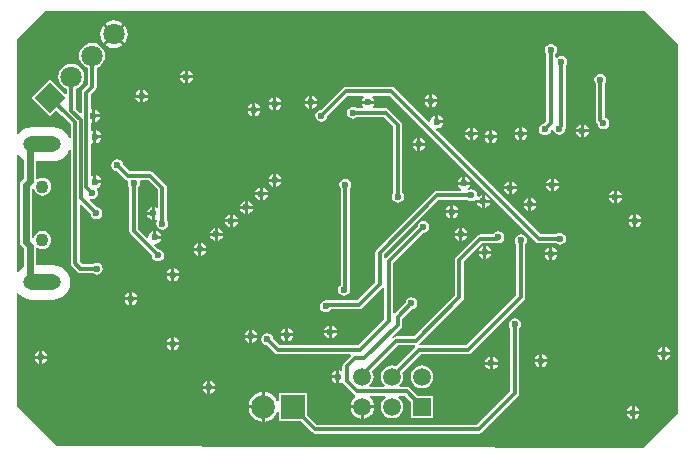
<source format=gbl>
G04*
G04 #@! TF.GenerationSoftware,Altium Limited,Altium Designer,19.1.5 (86)*
G04*
G04 Layer_Physical_Order=2*
G04 Layer_Color=16711680*
%FSLAX44Y44*%
%MOMM*%
G71*
G01*
G75*
%ADD45O,3.2000X1.3000*%
%ADD46C,1.1000*%
%ADD52C,0.3500*%
%ADD53P,2.5456X4X90.0*%
%ADD54C,1.8000*%
%ADD55C,2.0000*%
%ADD56R,2.0000X2.0000*%
%ADD57C,1.5000*%
%ADD58R,1.5000X1.5000*%
%ADD59C,0.6000*%
%ADD60C,0.6000*%
G36*
X566000Y348000D02*
Y36000D01*
X536000Y6000D01*
X40000Y8000D01*
X6000Y42000D01*
X6000D01*
Y137137D01*
X7270Y137569D01*
X8529Y135928D01*
X11558Y133604D01*
X15085Y132143D01*
X18870Y131645D01*
X36870D01*
X40655Y132143D01*
X44183Y133604D01*
X47211Y135928D01*
X49536Y138957D01*
X50997Y142485D01*
X51495Y146270D01*
X50997Y150055D01*
X49536Y153582D01*
X47211Y156611D01*
X44183Y158936D01*
X40655Y160397D01*
X36870Y160895D01*
X22468D01*
Y175361D01*
X23738Y175987D01*
X24088Y175719D01*
X25912Y174963D01*
X27870Y174705D01*
X29828Y174963D01*
X31652Y175719D01*
X33219Y176921D01*
X34421Y178488D01*
X35177Y180312D01*
X35435Y182270D01*
X35177Y184228D01*
X34421Y186052D01*
X33219Y187619D01*
X31652Y188821D01*
X29828Y189577D01*
X27870Y189835D01*
X25912Y189577D01*
X24088Y188821D01*
X22521Y187619D01*
X21319Y186052D01*
X20645Y184427D01*
X19971Y184059D01*
X19232Y183849D01*
X19098Y183939D01*
Y225600D01*
X19232Y225691D01*
X19971Y225481D01*
X20645Y225113D01*
X21319Y223488D01*
X22521Y221921D01*
X24088Y220719D01*
X25912Y219963D01*
X27870Y219705D01*
X29828Y219963D01*
X31652Y220719D01*
X33219Y221921D01*
X34421Y223488D01*
X35177Y225312D01*
X35435Y227270D01*
X35177Y229228D01*
X34421Y231052D01*
X33219Y232619D01*
X31652Y233821D01*
X29828Y234577D01*
X27870Y234835D01*
X25912Y234577D01*
X24088Y233821D01*
X23738Y233553D01*
X22468Y234179D01*
Y248645D01*
X36870D01*
X40655Y249143D01*
X44183Y250604D01*
X47211Y252929D01*
X49536Y255958D01*
X50526Y258350D01*
X51796Y258097D01*
Y162430D01*
X52088Y160967D01*
X52916Y159727D01*
X57347Y155296D01*
X58587Y154468D01*
X60050Y154177D01*
X70722D01*
X72049Y153290D01*
X74000Y152902D01*
X75951Y153290D01*
X77605Y154395D01*
X78710Y156049D01*
X79098Y158000D01*
X78710Y159951D01*
X77605Y161605D01*
X75951Y162710D01*
X74000Y163098D01*
X72049Y162710D01*
X70722Y161823D01*
X61634D01*
X59443Y164014D01*
Y211920D01*
X60617Y212406D01*
X68639Y204384D01*
X68950Y202819D01*
X70055Y201165D01*
X71709Y200060D01*
X73660Y199672D01*
X75611Y200060D01*
X77265Y201165D01*
X78370Y202819D01*
X78758Y204770D01*
X78370Y206721D01*
X77265Y208375D01*
X75611Y209480D01*
X74046Y209791D01*
X67775Y216062D01*
X68416Y217217D01*
X70000Y216902D01*
X71951Y217290D01*
X73605Y218395D01*
X74710Y220049D01*
X75098Y222000D01*
X74710Y223951D01*
X74116Y224840D01*
X74525Y226136D01*
X74668Y226299D01*
X76384Y227446D01*
X77609Y229278D01*
X77786Y230170D01*
X72390D01*
Y231440D01*
X71120D01*
Y236836D01*
X70228Y236659D01*
X70064Y236548D01*
X68943Y237147D01*
Y263833D01*
X70064Y264432D01*
X70228Y264321D01*
X71120Y264144D01*
Y269540D01*
Y274936D01*
X70228Y274759D01*
X70064Y274648D01*
X68943Y275247D01*
Y280809D01*
X69850Y281553D01*
Y287320D01*
Y293086D01*
X68943Y293831D01*
Y305432D01*
X72704Y309192D01*
X73532Y310432D01*
X73823Y311896D01*
Y327677D01*
X75547Y328391D01*
X77845Y330155D01*
X79608Y332453D01*
X80717Y335128D01*
X81095Y338000D01*
X80717Y340872D01*
X79608Y343547D01*
X77845Y345845D01*
X75547Y347608D01*
X72872Y348717D01*
X70000Y349095D01*
X67128Y348717D01*
X64453Y347608D01*
X62155Y345845D01*
X60392Y343547D01*
X59283Y340872D01*
X58905Y338000D01*
X59283Y335128D01*
X60392Y332453D01*
X62155Y330155D01*
X64453Y328391D01*
X66177Y327677D01*
Y313479D01*
X62416Y309719D01*
X61588Y308479D01*
X61297Y307015D01*
Y289777D01*
X60123Y289291D01*
X56146Y293268D01*
Y310000D01*
X57870Y310714D01*
X60168Y312477D01*
X61931Y314775D01*
X63039Y317451D01*
X63417Y320322D01*
X63039Y323194D01*
X61931Y325870D01*
X60168Y328168D01*
X57870Y329931D01*
X55194Y331039D01*
X52322Y331417D01*
X49451Y331039D01*
X46775Y329931D01*
X44477Y328168D01*
X42714Y325870D01*
X41606Y323194D01*
X41227Y320322D01*
X41606Y317451D01*
X42714Y314775D01*
X44477Y312477D01*
X46775Y310714D01*
X48499Y310000D01*
Y306006D01*
X47326Y305520D01*
X34645Y318201D01*
X19088Y302645D01*
X34645Y287088D01*
X39719Y292163D01*
X44869Y287013D01*
X51796Y280086D01*
Y268443D01*
X50526Y268190D01*
X49536Y270583D01*
X47211Y273612D01*
X44183Y275936D01*
X40655Y277397D01*
X36870Y277895D01*
X18870D01*
X15085Y277397D01*
X11558Y275936D01*
X8529Y273612D01*
X7270Y271971D01*
X6000Y272402D01*
Y352000D01*
X30000Y376000D01*
X538000D01*
X566000Y348000D01*
D02*
G37*
G36*
X8529Y252929D02*
X11558Y250604D01*
X12272Y250308D01*
Y234515D01*
X10395Y232638D01*
X9290Y230984D01*
X8902Y229033D01*
Y180507D01*
X9290Y178556D01*
X10395Y176902D01*
X12272Y175025D01*
Y159232D01*
X11558Y158936D01*
X8529Y156611D01*
X7270Y154971D01*
X6000Y155402D01*
Y254137D01*
X7270Y254569D01*
X8529Y252929D01*
D02*
G37*
%LPC*%
G36*
X88385Y368024D02*
X85372Y367628D01*
X82565Y366465D01*
X81171Y365395D01*
X88385Y358181D01*
X95599Y365395D01*
X94205Y366465D01*
X91397Y367628D01*
X88385Y368024D01*
D02*
G37*
G36*
X97395Y363599D02*
X90181Y356385D01*
X97395Y349171D01*
X98465Y350565D01*
X99628Y353372D01*
X100024Y356385D01*
X99628Y359397D01*
X98465Y362205D01*
X97395Y363599D01*
D02*
G37*
G36*
X79375Y363599D02*
X78305Y362205D01*
X77142Y359397D01*
X76745Y356385D01*
X77142Y353372D01*
X78305Y350565D01*
X79375Y349171D01*
X86589Y356385D01*
X79375Y363599D01*
D02*
G37*
G36*
X88385Y354589D02*
X81171Y347375D01*
X82565Y346305D01*
X85372Y345142D01*
X88385Y344745D01*
X91397Y345142D01*
X94205Y346305D01*
X95599Y347375D01*
X88385Y354589D01*
D02*
G37*
G36*
X151130Y325736D02*
Y321610D01*
X155256D01*
X155079Y322502D01*
X153854Y324334D01*
X152022Y325559D01*
X151130Y325736D01*
D02*
G37*
G36*
X148590D02*
X147698Y325559D01*
X145866Y324334D01*
X144641Y322502D01*
X144464Y321610D01*
X148590D01*
Y325736D01*
D02*
G37*
G36*
X155256Y319070D02*
X151130D01*
Y314944D01*
X152022Y315121D01*
X153854Y316346D01*
X155079Y318178D01*
X155256Y319070D01*
D02*
G37*
G36*
X148590D02*
X144464D01*
X144641Y318178D01*
X145866Y316346D01*
X147698Y315121D01*
X148590Y314944D01*
Y319070D01*
D02*
G37*
G36*
X113270Y309396D02*
Y305270D01*
X117396D01*
X117219Y306162D01*
X115994Y307994D01*
X114162Y309219D01*
X113270Y309396D01*
D02*
G37*
G36*
X110730D02*
X109838Y309219D01*
X108006Y307994D01*
X106781Y306162D01*
X106604Y305270D01*
X110730D01*
Y309396D01*
D02*
G37*
G36*
X358140Y305416D02*
Y301290D01*
X362266D01*
X362089Y302182D01*
X360864Y304014D01*
X359032Y305239D01*
X358140Y305416D01*
D02*
G37*
G36*
X355600D02*
X354708Y305239D01*
X352876Y304014D01*
X351651Y302182D01*
X351474Y301290D01*
X355600D01*
Y305416D01*
D02*
G37*
G36*
X256540Y304146D02*
Y300020D01*
X260666D01*
X260489Y300912D01*
X259264Y302744D01*
X257432Y303969D01*
X256540Y304146D01*
D02*
G37*
G36*
X254000D02*
X253108Y303969D01*
X251276Y302744D01*
X250051Y300912D01*
X249874Y300020D01*
X254000D01*
Y304146D01*
D02*
G37*
G36*
X226060Y302876D02*
Y298750D01*
X230186D01*
X230009Y299642D01*
X228784Y301474D01*
X226952Y302699D01*
X226060Y302876D01*
D02*
G37*
G36*
X223520D02*
X222628Y302699D01*
X220796Y301474D01*
X219571Y299642D01*
X219394Y298750D01*
X223520D01*
Y302876D01*
D02*
G37*
G36*
X117396Y302730D02*
X113270D01*
Y298604D01*
X114162Y298781D01*
X115994Y300006D01*
X117219Y301838D01*
X117396Y302730D01*
D02*
G37*
G36*
X110730D02*
X106604D01*
X106781Y301838D01*
X108006Y300006D01*
X109838Y298781D01*
X110730Y298604D01*
Y302730D01*
D02*
G37*
G36*
X362266Y298750D02*
X358140D01*
Y294624D01*
X359032Y294801D01*
X360864Y296026D01*
X362089Y297858D01*
X362266Y298750D01*
D02*
G37*
G36*
X355600D02*
X351474D01*
X351651Y297858D01*
X352876Y296026D01*
X354708Y294801D01*
X355600Y294624D01*
Y298750D01*
D02*
G37*
G36*
X308926Y297480D02*
X298134D01*
X298311Y296588D01*
X299404Y294953D01*
X299029Y293683D01*
X294108D01*
X292781Y294570D01*
X290830Y294958D01*
X288879Y294570D01*
X287225Y293465D01*
X286120Y291811D01*
X285732Y289860D01*
X286120Y287909D01*
X287225Y286255D01*
X288879Y285150D01*
X290830Y284762D01*
X292781Y285150D01*
X294108Y286037D01*
X317186D01*
X325107Y278116D01*
Y222018D01*
X324220Y220691D01*
X323832Y218740D01*
X324220Y216789D01*
X325325Y215135D01*
X326979Y214030D01*
X328930Y213642D01*
X330881Y214030D01*
X332535Y215135D01*
X333640Y216789D01*
X334028Y218740D01*
X333640Y220691D01*
X332753Y222018D01*
Y279700D01*
X332462Y281163D01*
X331634Y282404D01*
X321474Y292564D01*
X320233Y293392D01*
X318770Y293683D01*
X308031D01*
X307656Y294953D01*
X308749Y296588D01*
X308926Y297480D01*
D02*
G37*
G36*
X208280Y297796D02*
Y293670D01*
X212406D01*
X212229Y294562D01*
X211004Y296394D01*
X209172Y297619D01*
X208280Y297796D01*
D02*
G37*
G36*
X205740D02*
X204848Y297619D01*
X203016Y296394D01*
X201791Y294562D01*
X201614Y293670D01*
X205740D01*
Y297796D01*
D02*
G37*
G36*
X260666Y297480D02*
X256540D01*
Y293354D01*
X257432Y293531D01*
X259264Y294756D01*
X260489Y296588D01*
X260666Y297480D01*
D02*
G37*
G36*
X254000D02*
X249874D01*
X250051Y296588D01*
X251276Y294756D01*
X253108Y293531D01*
X254000Y293354D01*
Y297480D01*
D02*
G37*
G36*
X230186Y296210D02*
X226060D01*
Y292084D01*
X226952Y292261D01*
X228784Y293486D01*
X230009Y295318D01*
X230186Y296210D01*
D02*
G37*
G36*
X223520D02*
X219394D01*
X219571Y295318D01*
X220796Y293486D01*
X222628Y292261D01*
X223520Y292084D01*
Y296210D01*
D02*
G37*
G36*
X72390Y292716D02*
Y288590D01*
X76516D01*
X76339Y289482D01*
X75114Y291314D01*
X73282Y292539D01*
X72390Y292716D01*
D02*
G37*
G36*
X212406Y291130D02*
X208280D01*
Y287004D01*
X209172Y287181D01*
X211004Y288406D01*
X212229Y290238D01*
X212406Y291130D01*
D02*
G37*
G36*
X205740D02*
X201614D01*
X201791Y290238D01*
X203016Y288406D01*
X204848Y287181D01*
X205740Y287004D01*
Y291130D01*
D02*
G37*
G36*
X363220Y287636D02*
Y283510D01*
X367346D01*
X367169Y284402D01*
X365944Y286234D01*
X364112Y287459D01*
X363220Y287636D01*
D02*
G37*
G36*
X76516Y286050D02*
X72390D01*
Y281924D01*
X73282Y282101D01*
X75114Y283326D01*
X76339Y285158D01*
X76516Y286050D01*
D02*
G37*
G36*
X486410Y280016D02*
Y275890D01*
X490536D01*
X490359Y276782D01*
X489134Y278614D01*
X487302Y279839D01*
X486410Y280016D01*
D02*
G37*
G36*
X483870D02*
X482978Y279839D01*
X481146Y278614D01*
X479921Y276782D01*
X479744Y275890D01*
X483870D01*
Y280016D01*
D02*
G37*
G36*
X500380Y322898D02*
X498429Y322510D01*
X496775Y321405D01*
X495670Y319751D01*
X495282Y317800D01*
X495670Y315849D01*
X496557Y314522D01*
Y283510D01*
X496848Y282047D01*
X497676Y280806D01*
X497899Y280584D01*
X498210Y279019D01*
X499315Y277365D01*
X500969Y276260D01*
X502920Y275872D01*
X504871Y276260D01*
X506525Y277365D01*
X507630Y279019D01*
X508018Y280970D01*
X507630Y282921D01*
X506525Y284575D01*
X504871Y285680D01*
X504203Y285813D01*
Y314522D01*
X505090Y315849D01*
X505478Y317800D01*
X505090Y319751D01*
X503985Y321405D01*
X502331Y322510D01*
X500380Y322898D01*
D02*
G37*
G36*
X434340Y277476D02*
Y273350D01*
X438466D01*
X438289Y274242D01*
X437064Y276074D01*
X435232Y277299D01*
X434340Y277476D01*
D02*
G37*
G36*
X431800D02*
X430908Y277299D01*
X429076Y276074D01*
X427851Y274242D01*
X427674Y273350D01*
X431800D01*
Y277476D01*
D02*
G37*
G36*
X392430D02*
Y273350D01*
X396556D01*
X396379Y274242D01*
X395154Y276074D01*
X393322Y277299D01*
X392430Y277476D01*
D02*
G37*
G36*
X389890D02*
X388998Y277299D01*
X387166Y276074D01*
X385941Y274242D01*
X385764Y273350D01*
X389890D01*
Y277476D01*
D02*
G37*
G36*
X458470Y348298D02*
X456519Y347910D01*
X454865Y346805D01*
X453760Y345151D01*
X453372Y343200D01*
X453760Y341249D01*
X454647Y339922D01*
Y282554D01*
X453004Y280911D01*
X451439Y280600D01*
X449785Y279495D01*
X448680Y277841D01*
X448292Y275890D01*
X448680Y273939D01*
X449785Y272285D01*
X451439Y271180D01*
X453390Y270792D01*
X455341Y271180D01*
X456995Y272285D01*
X458100Y273939D01*
X458373Y275314D01*
X459347Y276005D01*
X460545Y275582D01*
X460745Y274574D01*
X461850Y272920D01*
X463504Y271815D01*
X465455Y271427D01*
X467406Y271815D01*
X469060Y272920D01*
X470165Y274574D01*
X470534Y276431D01*
X470892Y276967D01*
X471183Y278430D01*
Y329762D01*
X472070Y331089D01*
X472458Y333040D01*
X472070Y334991D01*
X470965Y336645D01*
X469311Y337750D01*
X467360Y338138D01*
X465409Y337750D01*
X463755Y336645D01*
X463563Y336358D01*
X462293Y336743D01*
Y339922D01*
X463180Y341249D01*
X463568Y343200D01*
X463180Y345151D01*
X462075Y346805D01*
X460421Y347910D01*
X458470Y348298D01*
D02*
G37*
G36*
X408940Y274936D02*
Y270810D01*
X413066D01*
X412889Y271702D01*
X411664Y273534D01*
X409832Y274759D01*
X408940Y274936D01*
D02*
G37*
G36*
X406400D02*
X405508Y274759D01*
X403676Y273534D01*
X402451Y271702D01*
X402274Y270810D01*
X406400D01*
Y274936D01*
D02*
G37*
G36*
X73660D02*
Y270810D01*
X77786D01*
X77609Y271702D01*
X76384Y273534D01*
X74552Y274759D01*
X73660Y274936D01*
D02*
G37*
G36*
X490536Y273350D02*
X486410D01*
Y269224D01*
X487302Y269401D01*
X489134Y270626D01*
X490359Y272458D01*
X490536Y273350D01*
D02*
G37*
G36*
X483870D02*
X479744D01*
X479921Y272458D01*
X481146Y270626D01*
X482978Y269401D01*
X483870Y269224D01*
Y273350D01*
D02*
G37*
G36*
X438466Y270810D02*
X434340D01*
Y266684D01*
X435232Y266861D01*
X437064Y268086D01*
X438289Y269918D01*
X438466Y270810D01*
D02*
G37*
G36*
X431800D02*
X427674D01*
X427851Y269918D01*
X429076Y268086D01*
X430908Y266861D01*
X431800Y266684D01*
Y270810D01*
D02*
G37*
G36*
X396556D02*
X392430D01*
Y266684D01*
X393322Y266861D01*
X395154Y268086D01*
X396379Y269918D01*
X396556Y270810D01*
D02*
G37*
G36*
X389890D02*
X385764D01*
X385941Y269918D01*
X387166Y268086D01*
X388998Y266861D01*
X389890Y266684D01*
Y270810D01*
D02*
G37*
G36*
X347980Y268586D02*
Y264460D01*
X352106D01*
X351929Y265352D01*
X350704Y267184D01*
X348872Y268409D01*
X347980Y268586D01*
D02*
G37*
G36*
X345440D02*
X344548Y268409D01*
X342716Y267184D01*
X341491Y265352D01*
X341314Y264460D01*
X345440D01*
Y268586D01*
D02*
G37*
G36*
X413066Y268270D02*
X408940D01*
Y264144D01*
X409832Y264321D01*
X411664Y265546D01*
X412889Y267378D01*
X413066Y268270D01*
D02*
G37*
G36*
X406400D02*
X402274D01*
X402451Y267378D01*
X403676Y265546D01*
X405508Y264321D01*
X406400Y264144D01*
Y268270D01*
D02*
G37*
G36*
X77786D02*
X73660D01*
Y264144D01*
X74552Y264321D01*
X76384Y265546D01*
X77609Y267378D01*
X77786Y268270D01*
D02*
G37*
G36*
X352106Y261920D02*
X347980D01*
Y257794D01*
X348872Y257971D01*
X350704Y259196D01*
X351929Y261028D01*
X352106Y261920D01*
D02*
G37*
G36*
X345440D02*
X341314D01*
X341491Y261028D01*
X342716Y259196D01*
X344548Y257971D01*
X345440Y257794D01*
Y261920D01*
D02*
G37*
G36*
X226060Y238106D02*
Y233980D01*
X230186D01*
X230009Y234872D01*
X228784Y236704D01*
X226952Y237929D01*
X226060Y238106D01*
D02*
G37*
G36*
X223520D02*
X222628Y237929D01*
X220796Y236704D01*
X219571Y234872D01*
X219394Y233980D01*
X223520D01*
Y238106D01*
D02*
G37*
G36*
X73660Y236836D02*
Y232710D01*
X77786D01*
X77609Y233602D01*
X76384Y235434D01*
X74552Y236659D01*
X73660Y236836D01*
D02*
G37*
G36*
X386080Y235566D02*
Y231440D01*
X390206D01*
X390029Y232332D01*
X388804Y234164D01*
X386972Y235389D01*
X386080Y235566D01*
D02*
G37*
G36*
X383540D02*
X382648Y235389D01*
X380816Y234164D01*
X379591Y232332D01*
X379414Y231440D01*
X383540D01*
Y235566D01*
D02*
G37*
G36*
X461010Y234296D02*
Y230170D01*
X465136D01*
X464959Y231062D01*
X463734Y232894D01*
X461902Y234119D01*
X461010Y234296D01*
D02*
G37*
G36*
X458470D02*
X457578Y234119D01*
X455746Y232894D01*
X454521Y231062D01*
X454344Y230170D01*
X458470D01*
Y234296D01*
D02*
G37*
G36*
X425450Y231756D02*
Y227630D01*
X429576D01*
X429399Y228522D01*
X428174Y230354D01*
X426342Y231579D01*
X425450Y231756D01*
D02*
G37*
G36*
X422910D02*
X422018Y231579D01*
X420186Y230354D01*
X418961Y228522D01*
X418784Y227630D01*
X422910D01*
Y231756D01*
D02*
G37*
G36*
X230186Y231440D02*
X226060D01*
Y227314D01*
X226952Y227491D01*
X228784Y228716D01*
X230009Y230548D01*
X230186Y231440D01*
D02*
G37*
G36*
X223520D02*
X219394D01*
X219571Y230548D01*
X220796Y228716D01*
X222628Y227491D01*
X223520Y227314D01*
Y231440D01*
D02*
G37*
G36*
X465136Y227630D02*
X461010D01*
Y223504D01*
X461902Y223681D01*
X463734Y224906D01*
X464959Y226738D01*
X465136Y227630D01*
D02*
G37*
G36*
X458470D02*
X454344D01*
X454521Y226738D01*
X455746Y224906D01*
X457578Y223681D01*
X458470Y223504D01*
Y227630D01*
D02*
G37*
G36*
X214630Y226676D02*
Y222550D01*
X218756D01*
X218579Y223442D01*
X217354Y225274D01*
X215522Y226499D01*
X214630Y226676D01*
D02*
G37*
G36*
X212090D02*
X211198Y226499D01*
X209366Y225274D01*
X208141Y223442D01*
X207964Y222550D01*
X212090D01*
Y226676D01*
D02*
G37*
G36*
X429576Y225090D02*
X425450D01*
Y220964D01*
X426342Y221141D01*
X428174Y222366D01*
X429399Y224198D01*
X429576Y225090D01*
D02*
G37*
G36*
X422910D02*
X418784D01*
X418961Y224198D01*
X420186Y222366D01*
X422018Y221141D01*
X422910Y220964D01*
Y225090D01*
D02*
G37*
G36*
X514350Y224136D02*
Y220010D01*
X518476D01*
X518299Y220902D01*
X517074Y222734D01*
X515242Y223959D01*
X514350Y224136D01*
D02*
G37*
G36*
X511810D02*
X510918Y223959D01*
X509086Y222734D01*
X507861Y220902D01*
X507684Y220010D01*
X511810D01*
Y224136D01*
D02*
G37*
G36*
X402590Y220326D02*
Y216200D01*
X406716D01*
X406539Y217092D01*
X405314Y218924D01*
X403482Y220149D01*
X402590Y220326D01*
D02*
G37*
G36*
X390206Y228900D02*
X379414D01*
X379591Y228008D01*
X380816Y226176D01*
X382421Y225103D01*
X382277Y224006D01*
X382210Y223833D01*
X362199D01*
X360736Y223542D01*
X359496Y222714D01*
X310986Y174204D01*
X310158Y172964D01*
X309867Y171501D01*
Y146664D01*
X294326Y131123D01*
X269240D01*
X268616Y130999D01*
X267970Y131128D01*
X266019Y130740D01*
X264365Y129635D01*
X263260Y127981D01*
X262872Y126030D01*
X263260Y124079D01*
X264365Y122425D01*
X266019Y121320D01*
X267970Y120932D01*
X269921Y121320D01*
X271575Y122425D01*
X272277Y123477D01*
X295910D01*
X297373Y123768D01*
X298614Y124596D01*
X316217Y142199D01*
X316926Y142059D01*
X317487Y141726D01*
Y114914D01*
X295596Y93023D01*
X228914D01*
X223461Y98476D01*
X223150Y100041D01*
X222045Y101695D01*
X220391Y102800D01*
X218440Y103188D01*
X216489Y102800D01*
X214835Y101695D01*
X213730Y100041D01*
X213342Y98090D01*
X213730Y96139D01*
X214835Y94485D01*
X216489Y93380D01*
X218054Y93069D01*
X224626Y86496D01*
X225867Y85668D01*
X227330Y85377D01*
X288693D01*
X289219Y84107D01*
X282992Y77879D01*
X282163Y76638D01*
X281872Y75175D01*
Y71850D01*
X280752Y71251D01*
X280292Y71559D01*
X279400Y71736D01*
Y66340D01*
Y60944D01*
X280292Y61121D01*
X281186Y61719D01*
X282163Y61315D01*
X282992Y60074D01*
X291844Y51222D01*
X292767Y50605D01*
X292975Y49503D01*
X292929Y49129D01*
X291589Y48101D01*
X289980Y46003D01*
X288968Y43561D01*
X288791Y42210D01*
X298750D01*
X308709D01*
X308532Y43561D01*
X307520Y46003D01*
X305911Y48101D01*
X304958Y48832D01*
X305389Y50102D01*
X318098D01*
X318529Y48832D01*
X317075Y47715D01*
X315552Y45731D01*
X314594Y43420D01*
X314268Y40940D01*
X314594Y38460D01*
X315552Y36149D01*
X317075Y34165D01*
X319059Y32642D01*
X321370Y31685D01*
X323850Y31358D01*
X326330Y31685D01*
X328641Y32642D01*
X330625Y34165D01*
X332148Y36149D01*
X333106Y38460D01*
X333432Y40940D01*
X333106Y43420D01*
X332148Y45731D01*
X330625Y47715D01*
X329170Y48832D01*
X329602Y50102D01*
X334681D01*
X339750Y45033D01*
Y31440D01*
X358750D01*
Y50440D01*
X345157D01*
X338968Y56629D01*
X337728Y57458D01*
X336265Y57749D01*
X330345D01*
X329914Y59019D01*
X330625Y59564D01*
X332148Y61549D01*
X333106Y63860D01*
X333432Y66340D01*
X333106Y68820D01*
X332705Y69788D01*
X348294Y85377D01*
X388620D01*
X390083Y85668D01*
X391324Y86496D01*
X435774Y130946D01*
X436602Y132187D01*
X436893Y133650D01*
Y178632D01*
X437780Y179959D01*
X438168Y181910D01*
X437780Y183861D01*
X436675Y185515D01*
X435021Y186620D01*
X433070Y187008D01*
X431119Y186620D01*
X429465Y185515D01*
X428360Y183861D01*
X427972Y181910D01*
X428360Y179959D01*
X429247Y178632D01*
Y135234D01*
X387036Y93023D01*
X347524D01*
X347191Y93584D01*
X347051Y94293D01*
X383704Y130946D01*
X384532Y132187D01*
X384823Y133650D01*
Y163816D01*
X400352Y179345D01*
X412738D01*
X413398Y179476D01*
X414020Y179352D01*
X415971Y179740D01*
X417625Y180845D01*
X418730Y182499D01*
X419118Y184450D01*
X418730Y186401D01*
X417625Y188055D01*
X415971Y189160D01*
X414020Y189548D01*
X412069Y189160D01*
X410415Y188055D01*
X409705Y186992D01*
X398768D01*
X397305Y186700D01*
X396064Y185872D01*
X378296Y168104D01*
X377468Y166863D01*
X377177Y165400D01*
Y135234D01*
X342586Y100643D01*
X327660D01*
X326197Y100352D01*
X324956Y99524D01*
X324064Y100424D01*
X331264Y107623D01*
X332092Y108864D01*
X332383Y110327D01*
Y115186D01*
X340746Y123549D01*
X342311Y123860D01*
X343965Y124965D01*
X345070Y126619D01*
X345458Y128570D01*
X345070Y130521D01*
X343965Y132175D01*
X342311Y133280D01*
X340360Y133668D01*
X338409Y133280D01*
X336755Y132175D01*
X335650Y130521D01*
X335339Y128956D01*
X326403Y120021D01*
X325133Y120547D01*
Y162546D01*
X350906Y188319D01*
X352471Y188630D01*
X354125Y189735D01*
X355230Y191389D01*
X355618Y193340D01*
X355230Y195291D01*
X354125Y196945D01*
X352471Y198050D01*
X350520Y198438D01*
X348569Y198050D01*
X346915Y196945D01*
X345810Y195291D01*
X345499Y193726D01*
X318783Y167011D01*
X318074Y167150D01*
X317513Y167484D01*
Y169917D01*
X363783Y216187D01*
X387882D01*
X389209Y215300D01*
X391160Y214912D01*
X393111Y215300D01*
X394655Y216332D01*
X395071Y216204D01*
X395077Y216200D01*
X400050D01*
Y220326D01*
X399158Y220149D01*
X397338Y218933D01*
X397277Y218946D01*
X396145Y219443D01*
X396258Y220010D01*
X395870Y221961D01*
X394765Y223615D01*
X393111Y224720D01*
X391160Y225108D01*
X389209Y224720D01*
X388589Y224306D01*
X388582Y224304D01*
X388407Y224383D01*
X388289Y225832D01*
X388804Y226176D01*
X390029Y228008D01*
X390206Y228900D01*
D02*
G37*
G36*
X218756Y220010D02*
X214630D01*
Y215884D01*
X215522Y216061D01*
X217354Y217286D01*
X218579Y219118D01*
X218756Y220010D01*
D02*
G37*
G36*
X212090D02*
X207964D01*
X208141Y219118D01*
X209366Y217286D01*
X211198Y216061D01*
X212090Y215884D01*
Y220010D01*
D02*
G37*
G36*
X441960Y217786D02*
Y213660D01*
X446086D01*
X445909Y214552D01*
X444684Y216384D01*
X442852Y217609D01*
X441960Y217786D01*
D02*
G37*
G36*
X439420D02*
X438528Y217609D01*
X436696Y216384D01*
X435471Y214552D01*
X435294Y213660D01*
X439420D01*
Y217786D01*
D02*
G37*
G36*
X518476Y217470D02*
X514350D01*
Y213344D01*
X515242Y213521D01*
X517074Y214746D01*
X518299Y216578D01*
X518476Y217470D01*
D02*
G37*
G36*
X511810D02*
X507684D01*
X507861Y216578D01*
X509086Y214746D01*
X510918Y213521D01*
X511810Y213344D01*
Y217470D01*
D02*
G37*
G36*
X201930Y215246D02*
Y211120D01*
X206056D01*
X205879Y212012D01*
X204654Y213844D01*
X202822Y215069D01*
X201930Y215246D01*
D02*
G37*
G36*
X199390D02*
X198498Y215069D01*
X196666Y213844D01*
X195441Y212012D01*
X195264Y211120D01*
X199390D01*
Y215246D01*
D02*
G37*
G36*
X91440Y250508D02*
X89489Y250120D01*
X87835Y249015D01*
X86730Y247361D01*
X86342Y245410D01*
X86730Y243459D01*
X87835Y241805D01*
X89489Y240700D01*
X91054Y240389D01*
X97626Y233816D01*
X98867Y232988D01*
X99648Y232832D01*
X99810Y232723D01*
X100521Y231650D01*
X100562Y231427D01*
X100312Y230170D01*
X100700Y228219D01*
X101587Y226892D01*
Y189530D01*
X101878Y188067D01*
X102706Y186826D01*
X120709Y168824D01*
X121020Y167259D01*
X122125Y165605D01*
X123779Y164500D01*
X125730Y164112D01*
X127681Y164500D01*
X129335Y165605D01*
X130440Y167259D01*
X130828Y169210D01*
X130440Y171161D01*
X129335Y172815D01*
X127681Y173920D01*
X126116Y174231D01*
X122631Y177716D01*
X123317Y178827D01*
X125352Y179231D01*
X127184Y180456D01*
X128409Y182288D01*
X128586Y183180D01*
X123190D01*
Y184450D01*
X121920D01*
Y189846D01*
X121028Y189669D01*
X119196Y188444D01*
X117971Y186612D01*
X117567Y184577D01*
X116456Y183891D01*
X109233Y191114D01*
Y226892D01*
X110120Y228219D01*
X110508Y230170D01*
X110258Y231427D01*
X111146Y232697D01*
X117796D01*
X125717Y224776D01*
Y210243D01*
X124597Y209645D01*
X124082Y209989D01*
X123190Y210166D01*
Y204770D01*
Y199374D01*
X124082Y199551D01*
X124971Y198618D01*
X125076Y198199D01*
X124830Y197831D01*
X124442Y195880D01*
X124830Y193929D01*
X125935Y192275D01*
X127589Y191170D01*
X129540Y190782D01*
X131491Y191170D01*
X133145Y192275D01*
X134250Y193929D01*
X134638Y195880D01*
X134250Y197831D01*
X133363Y199158D01*
Y226360D01*
X133072Y227823D01*
X132244Y229064D01*
X122084Y239224D01*
X120843Y240052D01*
X119380Y240343D01*
X101914D01*
X96461Y245796D01*
X96150Y247361D01*
X95045Y249015D01*
X93391Y250120D01*
X91440Y250508D01*
D02*
G37*
G36*
X406716Y213660D02*
X402590D01*
Y209534D01*
X403482Y209711D01*
X405314Y210936D01*
X406539Y212768D01*
X406716Y213660D01*
D02*
G37*
G36*
X400050D02*
X395924D01*
X396101Y212768D01*
X397326Y210936D01*
X399158Y209711D01*
X400050Y209534D01*
Y213660D01*
D02*
G37*
G36*
X375920Y211436D02*
Y207310D01*
X380046D01*
X379869Y208202D01*
X378644Y210034D01*
X376812Y211259D01*
X375920Y211436D01*
D02*
G37*
G36*
X373380D02*
X372488Y211259D01*
X370656Y210034D01*
X369431Y208202D01*
X369254Y207310D01*
X373380D01*
Y211436D01*
D02*
G37*
G36*
X446086Y211120D02*
X441960D01*
Y206994D01*
X442852Y207171D01*
X444684Y208396D01*
X445909Y210228D01*
X446086Y211120D01*
D02*
G37*
G36*
X439420D02*
X435294D01*
X435471Y210228D01*
X436696Y208396D01*
X438528Y207171D01*
X439420Y206994D01*
Y211120D01*
D02*
G37*
G36*
X120650Y210166D02*
X119758Y209989D01*
X117926Y208764D01*
X116701Y206932D01*
X116524Y206040D01*
X120650D01*
Y210166D01*
D02*
G37*
G36*
X206056Y208580D02*
X201930D01*
Y204454D01*
X202822Y204631D01*
X204654Y205856D01*
X205879Y207688D01*
X206056Y208580D01*
D02*
G37*
G36*
X199390D02*
X195264D01*
X195441Y207688D01*
X196666Y205856D01*
X198498Y204631D01*
X199390Y204454D01*
Y208580D01*
D02*
G37*
G36*
X380046Y204770D02*
X375920D01*
Y200644D01*
X376812Y200821D01*
X378644Y202046D01*
X379869Y203878D01*
X380046Y204770D01*
D02*
G37*
G36*
X373380D02*
X369254D01*
X369431Y203878D01*
X370656Y202046D01*
X372488Y200821D01*
X373380Y200644D01*
Y204770D01*
D02*
G37*
G36*
X530860Y203816D02*
Y199690D01*
X534986D01*
X534809Y200582D01*
X533584Y202414D01*
X531752Y203639D01*
X530860Y203816D01*
D02*
G37*
G36*
X528320D02*
X527428Y203639D01*
X525596Y202414D01*
X524371Y200582D01*
X524194Y199690D01*
X528320D01*
Y203816D01*
D02*
G37*
G36*
X189230D02*
Y199690D01*
X193356D01*
X193179Y200582D01*
X191954Y202414D01*
X190122Y203639D01*
X189230Y203816D01*
D02*
G37*
G36*
X186690D02*
X185798Y203639D01*
X183966Y202414D01*
X182741Y200582D01*
X182564Y199690D01*
X186690D01*
Y203816D01*
D02*
G37*
G36*
X120650Y203500D02*
X116524D01*
X116701Y202608D01*
X117926Y200776D01*
X119758Y199551D01*
X120650Y199374D01*
Y203500D01*
D02*
G37*
G36*
X534986Y197150D02*
X530860D01*
Y193024D01*
X531752Y193201D01*
X533584Y194426D01*
X534809Y196258D01*
X534986Y197150D01*
D02*
G37*
G36*
X528320D02*
X524194D01*
X524371Y196258D01*
X525596Y194426D01*
X527428Y193201D01*
X528320Y193024D01*
Y197150D01*
D02*
G37*
G36*
X193356D02*
X189230D01*
Y193024D01*
X190122Y193201D01*
X191954Y194426D01*
X193179Y196258D01*
X193356Y197150D01*
D02*
G37*
G36*
X186690D02*
X182564D01*
X182741Y196258D01*
X183966Y194426D01*
X185798Y193201D01*
X186690Y193024D01*
Y197150D01*
D02*
G37*
G36*
X383540Y192386D02*
Y188260D01*
X387666D01*
X387489Y189152D01*
X386264Y190984D01*
X384432Y192209D01*
X383540Y192386D01*
D02*
G37*
G36*
X381000D02*
X380108Y192209D01*
X378276Y190984D01*
X377051Y189152D01*
X376874Y188260D01*
X381000D01*
Y192386D01*
D02*
G37*
G36*
X176530D02*
Y188260D01*
X180656D01*
X180479Y189152D01*
X179254Y190984D01*
X177422Y192209D01*
X176530Y192386D01*
D02*
G37*
G36*
X173990D02*
X173098Y192209D01*
X171266Y190984D01*
X170041Y189152D01*
X169864Y188260D01*
X173990D01*
Y192386D01*
D02*
G37*
G36*
X124460Y189846D02*
Y185720D01*
X128586D01*
X128409Y186612D01*
X127184Y188444D01*
X125352Y189669D01*
X124460Y189846D01*
D02*
G37*
G36*
X387666Y185720D02*
X383540D01*
Y181594D01*
X384432Y181771D01*
X386264Y182996D01*
X387489Y184828D01*
X387666Y185720D01*
D02*
G37*
G36*
X381000D02*
X376874D01*
X377051Y184828D01*
X378276Y182996D01*
X380108Y181771D01*
X381000Y181594D01*
Y185720D01*
D02*
G37*
G36*
X180656D02*
X176530D01*
Y181594D01*
X177422Y181771D01*
X179254Y182996D01*
X180479Y184828D01*
X180656Y185720D01*
D02*
G37*
G36*
X173990D02*
X169864D01*
X170041Y184828D01*
X171266Y182996D01*
X173098Y181771D01*
X173990Y181594D01*
Y185720D01*
D02*
G37*
G36*
X323410Y311903D02*
X284920D01*
X283457Y311612D01*
X282216Y310784D01*
X263774Y292341D01*
X262209Y292030D01*
X260555Y290925D01*
X259450Y289271D01*
X259062Y287320D01*
X259450Y285369D01*
X260555Y283715D01*
X262209Y282610D01*
X264160Y282222D01*
X266111Y282610D01*
X267765Y283715D01*
X268870Y285369D01*
X269181Y286934D01*
X286504Y304257D01*
X299513D01*
X299899Y302987D01*
X299536Y302744D01*
X298311Y300912D01*
X298134Y300020D01*
X308926D01*
X308749Y300912D01*
X307524Y302744D01*
X307161Y302987D01*
X307547Y304257D01*
X321826D01*
X445606Y180476D01*
X446847Y179648D01*
X448310Y179357D01*
X462812D01*
X464139Y178470D01*
X466090Y178082D01*
X468041Y178470D01*
X469695Y179575D01*
X470800Y181229D01*
X471188Y183180D01*
X470800Y185131D01*
X469695Y186785D01*
X468041Y187890D01*
X466090Y188278D01*
X464139Y187890D01*
X462812Y187003D01*
X449894D01*
X361391Y275506D01*
X362077Y276617D01*
X364112Y277021D01*
X365944Y278246D01*
X367169Y280078D01*
X367346Y280970D01*
X361950D01*
Y282240D01*
X360680D01*
Y287636D01*
X359788Y287459D01*
X357956Y286234D01*
X356731Y284402D01*
X356327Y282367D01*
X355216Y281681D01*
X326114Y310784D01*
X324873Y311612D01*
X323410Y311903D01*
D02*
G37*
G36*
X162560Y179686D02*
Y175560D01*
X166686D01*
X166509Y176452D01*
X165284Y178284D01*
X163452Y179509D01*
X162560Y179686D01*
D02*
G37*
G36*
X160020D02*
X159128Y179509D01*
X157296Y178284D01*
X156071Y176452D01*
X155894Y175560D01*
X160020D01*
Y179686D01*
D02*
G37*
G36*
X403860Y177146D02*
Y173020D01*
X407986D01*
X407809Y173912D01*
X406584Y175744D01*
X404752Y176969D01*
X403860Y177146D01*
D02*
G37*
G36*
X401320D02*
X400428Y176969D01*
X398596Y175744D01*
X397371Y173912D01*
X397194Y173020D01*
X401320D01*
Y177146D01*
D02*
G37*
G36*
X459740Y175876D02*
Y171750D01*
X463866D01*
X463689Y172642D01*
X462464Y174474D01*
X460632Y175699D01*
X459740Y175876D01*
D02*
G37*
G36*
X457200D02*
X456308Y175699D01*
X454476Y174474D01*
X453251Y172642D01*
X453074Y171750D01*
X457200D01*
Y175876D01*
D02*
G37*
G36*
X166686Y173020D02*
X162560D01*
Y168894D01*
X163452Y169071D01*
X165284Y170296D01*
X166509Y172128D01*
X166686Y173020D01*
D02*
G37*
G36*
X160020D02*
X155894D01*
X156071Y172128D01*
X157296Y170296D01*
X159128Y169071D01*
X160020Y168894D01*
Y173020D01*
D02*
G37*
G36*
X407986Y170480D02*
X403860D01*
Y166354D01*
X404752Y166531D01*
X406584Y167756D01*
X407809Y169588D01*
X407986Y170480D01*
D02*
G37*
G36*
X401320D02*
X397194D01*
X397371Y169588D01*
X398596Y167756D01*
X400428Y166531D01*
X401320Y166354D01*
Y170480D01*
D02*
G37*
G36*
X463866Y169210D02*
X459740D01*
Y165084D01*
X460632Y165261D01*
X462464Y166486D01*
X463689Y168318D01*
X463866Y169210D01*
D02*
G37*
G36*
X457200D02*
X453074D01*
X453251Y168318D01*
X454476Y166486D01*
X456308Y165261D01*
X457200Y165084D01*
Y169210D01*
D02*
G37*
G36*
X139700Y158096D02*
Y153970D01*
X143826D01*
X143649Y154862D01*
X142424Y156694D01*
X140592Y157919D01*
X139700Y158096D01*
D02*
G37*
G36*
X137160D02*
X136268Y157919D01*
X134436Y156694D01*
X133211Y154862D01*
X133034Y153970D01*
X137160D01*
Y158096D01*
D02*
G37*
G36*
X143826Y151430D02*
X139700D01*
Y147304D01*
X140592Y147481D01*
X142424Y148706D01*
X143649Y150538D01*
X143826Y151430D01*
D02*
G37*
G36*
X137160D02*
X133034D01*
X133211Y150538D01*
X134436Y148706D01*
X136268Y147481D01*
X137160Y147304D01*
Y151430D01*
D02*
G37*
G36*
X284480Y233998D02*
X282529Y233610D01*
X280875Y232505D01*
X279770Y230851D01*
X279382Y228900D01*
X279770Y226949D01*
X280657Y225622D01*
Y144307D01*
X279605Y143605D01*
X278500Y141951D01*
X278112Y140000D01*
X278500Y138049D01*
X279605Y136395D01*
X281259Y135290D01*
X283210Y134902D01*
X285161Y135290D01*
X286815Y136395D01*
X287920Y138049D01*
X288308Y140000D01*
X288179Y140646D01*
X288303Y141270D01*
Y225622D01*
X289190Y226949D01*
X289578Y228900D01*
X289190Y230851D01*
X288085Y232505D01*
X286431Y233610D01*
X284480Y233998D01*
D02*
G37*
G36*
X104140Y137776D02*
Y133650D01*
X108266D01*
X108089Y134542D01*
X106864Y136374D01*
X105032Y137599D01*
X104140Y137776D01*
D02*
G37*
G36*
X101600D02*
X100708Y137599D01*
X98876Y136374D01*
X97651Y134542D01*
X97474Y133650D01*
X101600D01*
Y137776D01*
D02*
G37*
G36*
X108266Y131110D02*
X104140D01*
Y126984D01*
X105032Y127161D01*
X106864Y128386D01*
X108089Y130218D01*
X108266Y131110D01*
D02*
G37*
G36*
X101600D02*
X97474D01*
X97651Y130218D01*
X98876Y128386D01*
X100708Y127161D01*
X101600Y126984D01*
Y131110D01*
D02*
G37*
G36*
X273050Y109836D02*
Y105710D01*
X277176D01*
X276999Y106602D01*
X275774Y108434D01*
X273942Y109659D01*
X273050Y109836D01*
D02*
G37*
G36*
X270510D02*
X269618Y109659D01*
X267786Y108434D01*
X266561Y106602D01*
X266384Y105710D01*
X270510D01*
Y109836D01*
D02*
G37*
G36*
X236220Y107296D02*
Y103170D01*
X240346D01*
X240169Y104062D01*
X238944Y105894D01*
X237112Y107119D01*
X236220Y107296D01*
D02*
G37*
G36*
X233680D02*
X232788Y107119D01*
X230956Y105894D01*
X229731Y104062D01*
X229554Y103170D01*
X233680D01*
Y107296D01*
D02*
G37*
G36*
X205740Y106026D02*
Y101900D01*
X209866D01*
X209689Y102792D01*
X208464Y104624D01*
X206632Y105849D01*
X205740Y106026D01*
D02*
G37*
G36*
X203200D02*
X202308Y105849D01*
X200476Y104624D01*
X199251Y102792D01*
X199074Y101900D01*
X203200D01*
Y106026D01*
D02*
G37*
G36*
X277176Y103170D02*
X273050D01*
Y99044D01*
X273942Y99221D01*
X275774Y100446D01*
X276999Y102278D01*
X277176Y103170D01*
D02*
G37*
G36*
X270510D02*
X266384D01*
X266561Y102278D01*
X267786Y100446D01*
X269618Y99221D01*
X270510Y99044D01*
Y103170D01*
D02*
G37*
G36*
X240346Y100630D02*
X236220D01*
Y96504D01*
X237112Y96681D01*
X238944Y97906D01*
X240169Y99738D01*
X240346Y100630D01*
D02*
G37*
G36*
X233680D02*
X229554D01*
X229731Y99738D01*
X230956Y97906D01*
X232788Y96681D01*
X233680Y96504D01*
Y100630D01*
D02*
G37*
G36*
X139700Y99676D02*
Y95550D01*
X143826D01*
X143649Y96442D01*
X142424Y98274D01*
X140592Y99499D01*
X139700Y99676D01*
D02*
G37*
G36*
X137160D02*
X136268Y99499D01*
X134436Y98274D01*
X133211Y96442D01*
X133034Y95550D01*
X137160D01*
Y99676D01*
D02*
G37*
G36*
X209866Y99360D02*
X205740D01*
Y95234D01*
X206632Y95411D01*
X208464Y96636D01*
X209689Y98468D01*
X209866Y99360D01*
D02*
G37*
G36*
X203200D02*
X199074D01*
X199251Y98468D01*
X200476Y96636D01*
X202308Y95411D01*
X203200Y95234D01*
Y99360D01*
D02*
G37*
G36*
X143826Y93010D02*
X139700D01*
Y88884D01*
X140592Y89061D01*
X142424Y90286D01*
X143649Y92118D01*
X143826Y93010D01*
D02*
G37*
G36*
X137160D02*
X133034D01*
X133211Y92118D01*
X134436Y90286D01*
X136268Y89061D01*
X137160Y88884D01*
Y93010D01*
D02*
G37*
G36*
X555270Y91396D02*
Y87270D01*
X559396D01*
X559219Y88162D01*
X557994Y89994D01*
X556162Y91219D01*
X555270Y91396D01*
D02*
G37*
G36*
X552730D02*
X551838Y91219D01*
X550006Y89994D01*
X548782Y88162D01*
X548604Y87270D01*
X552730D01*
Y91396D01*
D02*
G37*
G36*
X27940Y88246D02*
Y84120D01*
X32066D01*
X31889Y85012D01*
X30664Y86844D01*
X28832Y88069D01*
X27940Y88246D01*
D02*
G37*
G36*
X25400D02*
X24508Y88069D01*
X22676Y86844D01*
X21451Y85012D01*
X21274Y84120D01*
X25400D01*
Y88246D01*
D02*
G37*
G36*
X451270Y85396D02*
Y81270D01*
X455396D01*
X455219Y82162D01*
X453994Y83994D01*
X452162Y85218D01*
X451270Y85396D01*
D02*
G37*
G36*
X448730D02*
X447838Y85218D01*
X446006Y83994D01*
X444781Y82162D01*
X444604Y81270D01*
X448730D01*
Y85396D01*
D02*
G37*
G36*
X559396Y84730D02*
X555270D01*
Y80604D01*
X556162Y80781D01*
X557994Y82006D01*
X559219Y83838D01*
X559396Y84730D01*
D02*
G37*
G36*
X552730D02*
X548604D01*
X548782Y83838D01*
X550006Y82006D01*
X551838Y80781D01*
X552730Y80604D01*
Y84730D01*
D02*
G37*
G36*
X409270Y83396D02*
Y79270D01*
X413396D01*
X413219Y80162D01*
X411994Y81994D01*
X410162Y83219D01*
X409270Y83396D01*
D02*
G37*
G36*
X406730D02*
X405838Y83219D01*
X404006Y81994D01*
X402781Y80162D01*
X402604Y79270D01*
X406730D01*
Y83396D01*
D02*
G37*
G36*
X32066Y81580D02*
X27940D01*
Y77454D01*
X28832Y77631D01*
X30664Y78856D01*
X31889Y80688D01*
X32066Y81580D01*
D02*
G37*
G36*
X25400D02*
X21274D01*
X21451Y80688D01*
X22676Y78856D01*
X24508Y77631D01*
X25400Y77454D01*
Y81580D01*
D02*
G37*
G36*
X455396Y78730D02*
X451270D01*
Y74604D01*
X452162Y74781D01*
X453994Y76006D01*
X455219Y77838D01*
X455396Y78730D01*
D02*
G37*
G36*
X448730D02*
X444604D01*
X444781Y77838D01*
X446006Y76006D01*
X447838Y74781D01*
X448730Y74604D01*
Y78730D01*
D02*
G37*
G36*
X413396Y76730D02*
X409270D01*
Y72604D01*
X410162Y72781D01*
X411994Y74006D01*
X413219Y75838D01*
X413396Y76730D01*
D02*
G37*
G36*
X406730D02*
X402604D01*
X402781Y75838D01*
X404006Y74006D01*
X405838Y72781D01*
X406730Y72604D01*
Y76730D01*
D02*
G37*
G36*
X276860Y71736D02*
X275968Y71559D01*
X274136Y70334D01*
X272911Y68502D01*
X272734Y67610D01*
X276860D01*
Y71736D01*
D02*
G37*
G36*
Y65070D02*
X272734D01*
X272911Y64178D01*
X274136Y62346D01*
X275968Y61121D01*
X276860Y60944D01*
Y65070D01*
D02*
G37*
G36*
X170180Y62846D02*
Y58720D01*
X174306D01*
X174129Y59612D01*
X172904Y61444D01*
X171072Y62669D01*
X170180Y62846D01*
D02*
G37*
G36*
X167640D02*
X166748Y62669D01*
X164916Y61444D01*
X163691Y59612D01*
X163514Y58720D01*
X167640D01*
Y62846D01*
D02*
G37*
G36*
X349250Y75922D02*
X346770Y75595D01*
X344459Y74638D01*
X342475Y73115D01*
X340952Y71131D01*
X339995Y68820D01*
X339668Y66340D01*
X339995Y63860D01*
X340952Y61549D01*
X342475Y59564D01*
X344459Y58042D01*
X346770Y57084D01*
X349250Y56758D01*
X351730Y57084D01*
X354041Y58042D01*
X356025Y59564D01*
X357548Y61549D01*
X358506Y63860D01*
X358832Y66340D01*
X358506Y68820D01*
X357548Y71131D01*
X356025Y73115D01*
X354041Y74638D01*
X351730Y75595D01*
X349250Y75922D01*
D02*
G37*
G36*
X174306Y56180D02*
X170180D01*
Y52054D01*
X171072Y52231D01*
X172904Y53456D01*
X174129Y55288D01*
X174306Y56180D01*
D02*
G37*
G36*
X167640D02*
X163514D01*
X163691Y55288D01*
X164916Y53456D01*
X166748Y52231D01*
X167640Y52054D01*
Y56180D01*
D02*
G37*
G36*
X213760Y53421D02*
X211756Y53157D01*
X208706Y51894D01*
X206086Y49884D01*
X204076Y47264D01*
X202813Y44214D01*
X202549Y42210D01*
X213760D01*
Y53421D01*
D02*
G37*
G36*
X529270Y41396D02*
Y37270D01*
X533396D01*
X533219Y38162D01*
X531994Y39994D01*
X530162Y41219D01*
X529270Y41396D01*
D02*
G37*
G36*
X526730D02*
X525838Y41219D01*
X524006Y39994D01*
X522781Y38162D01*
X522604Y37270D01*
X526730D01*
Y41396D01*
D02*
G37*
G36*
X308709Y39670D02*
X300020D01*
Y30981D01*
X301371Y31158D01*
X303813Y32170D01*
X305911Y33779D01*
X307520Y35877D01*
X308532Y38319D01*
X308709Y39670D01*
D02*
G37*
G36*
X297480D02*
X288791D01*
X288968Y38319D01*
X289980Y35877D01*
X291589Y33779D01*
X293687Y32170D01*
X296129Y31158D01*
X297480Y30981D01*
Y39670D01*
D02*
G37*
G36*
X533396Y34730D02*
X529270D01*
Y30604D01*
X530162Y30781D01*
X531994Y32006D01*
X533219Y33838D01*
X533396Y34730D01*
D02*
G37*
G36*
X526730D02*
X522604D01*
X522781Y33838D01*
X524006Y32006D01*
X525838Y30781D01*
X526730Y30604D01*
Y34730D01*
D02*
G37*
G36*
X213760Y39670D02*
X202549D01*
X202813Y37666D01*
X204076Y34616D01*
X206086Y31996D01*
X208706Y29986D01*
X211756Y28723D01*
X213760Y28459D01*
Y39670D01*
D02*
G37*
G36*
X427990Y115888D02*
X426039Y115500D01*
X424385Y114395D01*
X423280Y112741D01*
X422892Y110790D01*
X423280Y108839D01*
X424167Y107512D01*
Y53954D01*
X395926Y25713D01*
X260664D01*
X252030Y34347D01*
Y52940D01*
X228030D01*
Y45642D01*
X226760Y45390D01*
X225984Y47264D01*
X223974Y49884D01*
X221354Y51894D01*
X218304Y53157D01*
X216300Y53421D01*
Y40940D01*
Y28459D01*
X218304Y28723D01*
X221354Y29986D01*
X223974Y31996D01*
X225984Y34616D01*
X226760Y36490D01*
X228030Y36237D01*
Y28940D01*
X246623D01*
X256376Y19186D01*
X257617Y18358D01*
X259080Y18067D01*
X397510D01*
X398973Y18358D01*
X400214Y19186D01*
X430694Y49666D01*
X431522Y50907D01*
X431813Y52370D01*
Y107512D01*
X432700Y108839D01*
X433088Y110790D01*
X432700Y112741D01*
X431595Y114395D01*
X429941Y115500D01*
X427990Y115888D01*
D02*
G37*
%LPD*%
G36*
X343689Y92436D02*
X343829Y91727D01*
X327298Y75195D01*
X326330Y75595D01*
X323850Y75922D01*
X321370Y75595D01*
X319059Y74638D01*
X317075Y73115D01*
X315552Y71131D01*
X314594Y68820D01*
X314268Y66340D01*
X314594Y63860D01*
X315552Y61549D01*
X317075Y59564D01*
X317786Y59019D01*
X317355Y57749D01*
X305245D01*
X304814Y59019D01*
X305525Y59564D01*
X307048Y61549D01*
X308006Y63860D01*
X308332Y66340D01*
X308006Y68820D01*
X307145Y70898D01*
X329244Y92997D01*
X343356D01*
X343689Y92436D01*
D02*
G37*
D45*
X27870Y263270D02*
D03*
Y146270D02*
D03*
D46*
Y227270D02*
D03*
Y182270D02*
D03*
D52*
X60370Y218060D02*
X73660Y204770D01*
X65120Y226880D02*
X70000Y222000D01*
X65120Y226880D02*
Y307015D01*
X70000Y311896D01*
Y338000D01*
X60370Y218060D02*
Y283637D01*
X55620Y162430D02*
X60050Y158000D01*
X55620Y162430D02*
Y281669D01*
X47572Y289717D02*
X55620Y281669D01*
X34645Y302645D02*
X47572Y289717D01*
X52322Y291684D02*
X60370Y283637D01*
X52322Y291684D02*
Y320322D01*
X60050Y158000D02*
X74000D01*
X321310Y164130D02*
X350520Y193340D01*
X321310Y113330D02*
Y164130D01*
X290830Y289860D02*
X318770D01*
X328930Y279700D01*
Y218740D02*
Y279700D01*
X284920Y308080D02*
X323410D01*
X264160Y287320D02*
X284920Y308080D01*
X269240Y127300D02*
X295910D01*
X267970Y126030D02*
X269240Y127300D01*
X295910D02*
X313690Y145080D01*
X465455Y276525D02*
X467360Y278430D01*
X458470Y280970D02*
Y343200D01*
X453390Y275890D02*
X458470Y280970D01*
X467360Y278430D02*
Y333040D01*
X500380Y283510D02*
Y317800D01*
Y283510D02*
X502920Y280970D01*
X100330Y236520D02*
X119380D01*
X91440Y245410D02*
X100330Y236520D01*
X119380D02*
X129540Y226360D01*
Y195880D02*
Y226360D01*
X105410Y189530D02*
Y230170D01*
Y189530D02*
X125730Y169210D01*
X285695Y62778D02*
Y75175D01*
Y62778D02*
X294548Y53925D01*
X336265D01*
X349250Y40940D01*
X285695Y75175D02*
X292470Y81950D01*
X300183D01*
X328560Y110327D01*
Y116770D01*
X340360Y128570D01*
X313690Y171501D02*
X362199Y220010D01*
X313690Y145080D02*
Y171501D01*
X227330Y89200D02*
X297180D01*
X218440Y98090D02*
X227330Y89200D01*
X297180D02*
X321310Y113330D01*
X362199Y220010D02*
X391160D01*
X323410Y308080D02*
X448310Y183180D01*
X466090D01*
X283210Y140000D02*
X284480Y141270D01*
Y228900D01*
X298750Y67910D02*
X327660Y96820D01*
X298750Y66340D02*
Y67910D01*
X327660Y96820D02*
X344170D01*
X381000Y133650D01*
Y165400D01*
X398768Y183168D01*
X412738D01*
X414020Y184450D01*
X323850Y66340D02*
X346710Y89200D01*
X388620D01*
X433070Y133650D01*
Y181910D01*
X259080Y21890D02*
X397510D01*
X427990Y52370D01*
Y110790D01*
X240030Y40940D02*
X259080Y21890D01*
D53*
X34645Y302645D02*
D03*
D54*
X52322Y320322D02*
D03*
X70000Y338000D02*
D03*
X88385Y356385D02*
D03*
D55*
X215030Y40940D02*
D03*
D56*
X240030D02*
D03*
D57*
X323850D02*
D03*
X298750D02*
D03*
Y66340D02*
D03*
X323850D02*
D03*
X349250D02*
D03*
D58*
Y40940D02*
D03*
D59*
X70000Y222000D02*
D03*
X74000Y158000D02*
D03*
X554000Y86000D02*
D03*
X528000Y36000D02*
D03*
X450000Y80000D02*
D03*
X408000Y78000D02*
D03*
X26670Y82850D02*
D03*
X356870Y300020D02*
D03*
X485140Y274620D02*
D03*
X433070Y272080D02*
D03*
X346710Y263190D02*
D03*
X361950Y282240D02*
D03*
X391160Y272080D02*
D03*
X407670Y269540D02*
D03*
X458470Y170480D02*
D03*
X402590Y171750D02*
D03*
X382270Y186990D02*
D03*
X374650Y206040D02*
D03*
X440690Y212390D02*
D03*
X384810Y230170D02*
D03*
X424180Y226360D02*
D03*
X401320Y214930D02*
D03*
X459740Y228900D02*
D03*
X513080Y218740D02*
D03*
X529590Y198420D02*
D03*
X278130Y66340D02*
D03*
X168910Y57450D02*
D03*
X271780Y104440D02*
D03*
X234950Y101900D02*
D03*
X204470Y100630D02*
D03*
X224790Y232710D02*
D03*
X213360Y221280D02*
D03*
X200660Y209850D02*
D03*
X187960Y198420D02*
D03*
X175260Y186990D02*
D03*
X161290Y174290D02*
D03*
X303530Y298750D02*
D03*
X255270D02*
D03*
X224790Y297480D02*
D03*
X207010Y292400D02*
D03*
X149860Y320340D02*
D03*
X112000Y304000D02*
D03*
X71120Y287320D02*
D03*
X72390Y269540D02*
D03*
Y231440D02*
D03*
X73660Y204770D02*
D03*
X121920D02*
D03*
X123190Y184450D02*
D03*
X138430Y152700D02*
D03*
Y94280D02*
D03*
X102870Y132380D02*
D03*
X290830Y289860D02*
D03*
X264160Y287320D02*
D03*
X267970Y126030D02*
D03*
X465455Y276525D02*
D03*
X453390Y275890D02*
D03*
X458470Y343200D02*
D03*
X467360Y333040D02*
D03*
X500380Y317800D02*
D03*
X91440Y245410D02*
D03*
X105410Y230170D02*
D03*
X125730Y169210D02*
D03*
X340360Y128570D02*
D03*
X391160Y220010D02*
D03*
X466090Y183180D02*
D03*
X218440Y98090D02*
D03*
X350520Y193340D02*
D03*
X283210Y140000D02*
D03*
X284480Y228900D02*
D03*
X328930Y218740D02*
D03*
X414020Y184450D02*
D03*
X433070Y181910D02*
D03*
X427990Y110790D02*
D03*
X502920Y280970D02*
D03*
X129540Y195880D02*
D03*
D60*
X17370Y232403D02*
Y260036D01*
X14000Y229033D02*
X17370Y232403D01*
Y149504D02*
Y177137D01*
X14000Y180507D02*
X17370Y177137D01*
X20604Y263270D02*
X27870D01*
X17370Y260036D02*
X20604Y263270D01*
X14000Y180507D02*
Y229033D01*
X17370Y149504D02*
X20604Y146270D01*
X27870D01*
M02*

</source>
